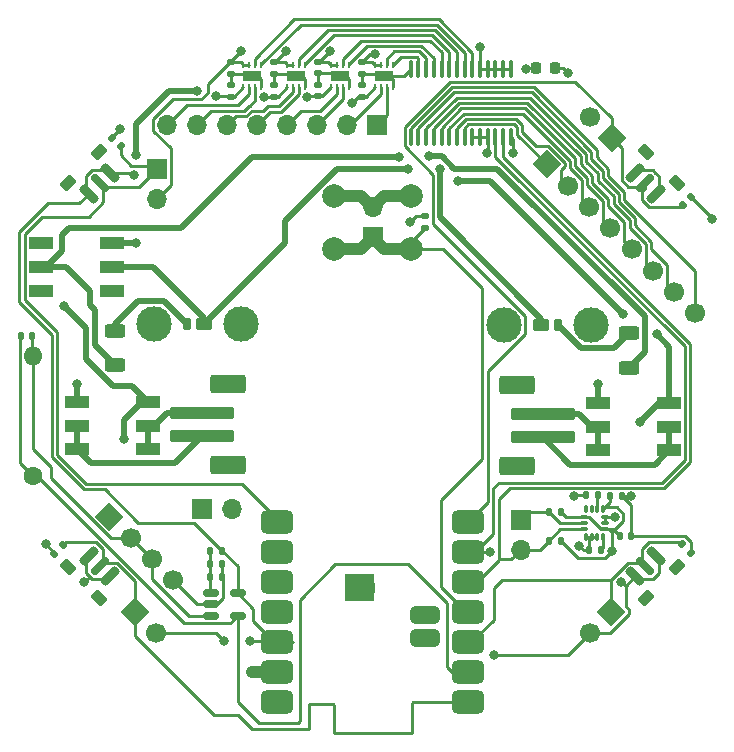
<source format=gtl>
G04 #@! TF.GenerationSoftware,KiCad,Pcbnew,7.0.10*
G04 #@! TF.CreationDate,2024-07-17T21:57:28-05:00*
G04 #@! TF.ProjectId,Swarm Robot,53776172-6d20-4526-9f62-6f742e6b6963,rev?*
G04 #@! TF.SameCoordinates,Original*
G04 #@! TF.FileFunction,Copper,L1,Top*
G04 #@! TF.FilePolarity,Positive*
%FSLAX46Y46*%
G04 Gerber Fmt 4.6, Leading zero omitted, Abs format (unit mm)*
G04 Created by KiCad (PCBNEW 7.0.10) date 2024-07-17 21:57:28*
%MOMM*%
%LPD*%
G01*
G04 APERTURE LIST*
G04 Aperture macros list*
%AMRoundRect*
0 Rectangle with rounded corners*
0 $1 Rounding radius*
0 $2 $3 $4 $5 $6 $7 $8 $9 X,Y pos of 4 corners*
0 Add a 4 corners polygon primitive as box body*
4,1,4,$2,$3,$4,$5,$6,$7,$8,$9,$2,$3,0*
0 Add four circle primitives for the rounded corners*
1,1,$1+$1,$2,$3*
1,1,$1+$1,$4,$5*
1,1,$1+$1,$6,$7*
1,1,$1+$1,$8,$9*
0 Add four rect primitives between the rounded corners*
20,1,$1+$1,$2,$3,$4,$5,0*
20,1,$1+$1,$4,$5,$6,$7,0*
20,1,$1+$1,$6,$7,$8,$9,0*
20,1,$1+$1,$8,$9,$2,$3,0*%
%AMHorizOval*
0 Thick line with rounded ends*
0 $1 width*
0 $2 $3 position (X,Y) of the first rounded end (center of the circle)*
0 $4 $5 position (X,Y) of the second rounded end (center of the circle)*
0 Add line between two ends*
20,1,$1,$2,$3,$4,$5,0*
0 Add two circle primitives to create the rounded ends*
1,1,$1,$2,$3*
1,1,$1,$4,$5*%
%AMRotRect*
0 Rectangle, with rotation*
0 The origin of the aperture is its center*
0 $1 length*
0 $2 width*
0 $3 Rotation angle, in degrees counterclockwise*
0 Add horizontal line*
21,1,$1,$2,0,0,$3*%
G04 Aperture macros list end*
G04 #@! TA.AperFunction,SMDPad,CuDef*
%ADD10RoundRect,0.150000X-0.636396X-0.424264X-0.424264X-0.636396X0.636396X0.424264X0.424264X0.636396X0*%
G04 #@! TD*
G04 #@! TA.AperFunction,SMDPad,CuDef*
%ADD11RoundRect,0.187500X-0.636396X-0.371231X-0.371231X-0.636396X0.636396X0.371231X0.371231X0.636396X0*%
G04 #@! TD*
G04 #@! TA.AperFunction,SMDPad,CuDef*
%ADD12RoundRect,0.225000X-0.459619X0.141421X0.141421X-0.459619X0.459619X-0.141421X-0.141421X0.459619X0*%
G04 #@! TD*
G04 #@! TA.AperFunction,ComponentPad*
%ADD13C,2.000000*%
G04 #@! TD*
G04 #@! TA.AperFunction,SMDPad,CuDef*
%ADD14RoundRect,0.150000X0.424264X-0.636396X0.636396X-0.424264X-0.424264X0.636396X-0.636396X0.424264X0*%
G04 #@! TD*
G04 #@! TA.AperFunction,SMDPad,CuDef*
%ADD15RoundRect,0.187500X0.371231X-0.636396X0.636396X-0.371231X-0.371231X0.636396X-0.636396X0.371231X0*%
G04 #@! TD*
G04 #@! TA.AperFunction,SMDPad,CuDef*
%ADD16RoundRect,0.225000X-0.141421X-0.459619X0.459619X0.141421X0.141421X0.459619X-0.459619X-0.141421X0*%
G04 #@! TD*
G04 #@! TA.AperFunction,SMDPad,CuDef*
%ADD17R,2.000000X1.000000*%
G04 #@! TD*
G04 #@! TA.AperFunction,SMDPad,CuDef*
%ADD18RoundRect,0.087500X0.087500X-0.225000X0.087500X0.225000X-0.087500X0.225000X-0.087500X-0.225000X0*%
G04 #@! TD*
G04 #@! TA.AperFunction,SMDPad,CuDef*
%ADD19RoundRect,0.087500X0.225000X-0.087500X0.225000X0.087500X-0.225000X0.087500X-0.225000X-0.087500X0*%
G04 #@! TD*
G04 #@! TA.AperFunction,SMDPad,CuDef*
%ADD20RoundRect,0.100000X-0.100000X0.637500X-0.100000X-0.637500X0.100000X-0.637500X0.100000X0.637500X0*%
G04 #@! TD*
G04 #@! TA.AperFunction,ComponentPad*
%ADD21RoundRect,0.375000X0.875000X0.375000X-0.875000X0.375000X-0.875000X-0.375000X0.875000X-0.375000X0*%
G04 #@! TD*
G04 #@! TA.AperFunction,SMDPad,CuDef*
%ADD22RoundRect,0.317500X-0.825500X0.317500X-0.825500X-0.317500X0.825500X-0.317500X0.825500X0.317500X0*%
G04 #@! TD*
G04 #@! TA.AperFunction,SMDPad,CuDef*
%ADD23RoundRect,0.500000X0.875000X0.500000X-0.875000X0.500000X-0.875000X-0.500000X0.875000X-0.500000X0*%
G04 #@! TD*
G04 #@! TA.AperFunction,SMDPad,CuDef*
%ADD24RoundRect,0.135000X0.135000X0.185000X-0.135000X0.185000X-0.135000X-0.185000X0.135000X-0.185000X0*%
G04 #@! TD*
G04 #@! TA.AperFunction,SMDPad,CuDef*
%ADD25RoundRect,0.135000X-0.135000X-0.185000X0.135000X-0.185000X0.135000X0.185000X-0.135000X0.185000X0*%
G04 #@! TD*
G04 #@! TA.AperFunction,SMDPad,CuDef*
%ADD26RoundRect,0.135000X0.185000X-0.135000X0.185000X0.135000X-0.185000X0.135000X-0.185000X-0.135000X0*%
G04 #@! TD*
G04 #@! TA.AperFunction,SMDPad,CuDef*
%ADD27RoundRect,0.135000X-0.226274X-0.035355X-0.035355X-0.226274X0.226274X0.035355X0.035355X0.226274X0*%
G04 #@! TD*
G04 #@! TA.AperFunction,SMDPad,CuDef*
%ADD28RoundRect,0.135000X-0.035355X0.226274X-0.226274X0.035355X0.035355X-0.226274X0.226274X-0.035355X0*%
G04 #@! TD*
G04 #@! TA.AperFunction,SMDPad,CuDef*
%ADD29RoundRect,0.135000X0.226274X0.035355X0.035355X0.226274X-0.226274X-0.035355X-0.035355X-0.226274X0*%
G04 #@! TD*
G04 #@! TA.AperFunction,SMDPad,CuDef*
%ADD30RoundRect,0.135000X0.035355X-0.226274X0.226274X-0.035355X-0.035355X0.226274X-0.226274X0.035355X0*%
G04 #@! TD*
G04 #@! TA.AperFunction,ComponentPad*
%ADD31R,1.700000X1.700000*%
G04 #@! TD*
G04 #@! TA.AperFunction,ComponentPad*
%ADD32O,1.700000X1.700000*%
G04 #@! TD*
G04 #@! TA.AperFunction,ComponentPad*
%ADD33RotRect,1.700000X1.700000X45.000000*%
G04 #@! TD*
G04 #@! TA.AperFunction,ComponentPad*
%ADD34HorizOval,1.700000X0.000000X0.000000X0.000000X0.000000X0*%
G04 #@! TD*
G04 #@! TA.AperFunction,SMDPad,CuDef*
%ADD35RoundRect,0.140000X-0.140000X-0.170000X0.140000X-0.170000X0.140000X0.170000X-0.140000X0.170000X0*%
G04 #@! TD*
G04 #@! TA.AperFunction,SMDPad,CuDef*
%ADD36RoundRect,0.225000X-0.225000X-0.250000X0.225000X-0.250000X0.225000X0.250000X-0.225000X0.250000X0*%
G04 #@! TD*
G04 #@! TA.AperFunction,SMDPad,CuDef*
%ADD37RoundRect,0.140000X-0.170000X0.140000X-0.170000X-0.140000X0.170000X-0.140000X0.170000X0.140000X0*%
G04 #@! TD*
G04 #@! TA.AperFunction,SMDPad,CuDef*
%ADD38RoundRect,0.140000X0.140000X0.170000X-0.140000X0.170000X-0.140000X-0.170000X0.140000X-0.170000X0*%
G04 #@! TD*
G04 #@! TA.AperFunction,SMDPad,CuDef*
%ADD39RoundRect,0.140000X0.170000X-0.140000X0.170000X0.140000X-0.170000X0.140000X-0.170000X-0.140000X0*%
G04 #@! TD*
G04 #@! TA.AperFunction,ComponentPad*
%ADD40RotRect,1.700000X1.700000X225.000000*%
G04 #@! TD*
G04 #@! TA.AperFunction,ComponentPad*
%ADD41HorizOval,1.700000X0.000000X0.000000X0.000000X0.000000X0*%
G04 #@! TD*
G04 #@! TA.AperFunction,SMDPad,CuDef*
%ADD42RoundRect,0.150000X0.636396X0.424264X0.424264X0.636396X-0.636396X-0.424264X-0.424264X-0.636396X0*%
G04 #@! TD*
G04 #@! TA.AperFunction,SMDPad,CuDef*
%ADD43RoundRect,0.187500X0.636396X0.371231X0.371231X0.636396X-0.636396X-0.371231X-0.371231X-0.636396X0*%
G04 #@! TD*
G04 #@! TA.AperFunction,SMDPad,CuDef*
%ADD44RoundRect,0.225000X0.459619X-0.141421X-0.141421X0.459619X-0.459619X0.141421X0.141421X-0.459619X0*%
G04 #@! TD*
G04 #@! TA.AperFunction,SMDPad,CuDef*
%ADD45RoundRect,0.160000X-0.160000X-0.360000X0.160000X-0.360000X0.160000X0.360000X-0.160000X0.360000X0*%
G04 #@! TD*
G04 #@! TA.AperFunction,SMDPad,CuDef*
%ADD46RoundRect,0.260000X-0.440000X-0.260000X0.440000X-0.260000X0.440000X0.260000X-0.440000X0.260000X0*%
G04 #@! TD*
G04 #@! TA.AperFunction,ComponentPad*
%ADD47C,3.000000*%
G04 #@! TD*
G04 #@! TA.AperFunction,SMDPad,CuDef*
%ADD48RoundRect,0.150000X-0.424264X0.636396X-0.636396X0.424264X0.424264X-0.636396X0.636396X-0.424264X0*%
G04 #@! TD*
G04 #@! TA.AperFunction,SMDPad,CuDef*
%ADD49RoundRect,0.187500X-0.371231X0.636396X-0.636396X0.371231X0.371231X-0.636396X0.636396X-0.371231X0*%
G04 #@! TD*
G04 #@! TA.AperFunction,SMDPad,CuDef*
%ADD50RoundRect,0.225000X0.141421X0.459619X-0.459619X-0.141421X-0.141421X-0.459619X0.459619X0.141421X0*%
G04 #@! TD*
G04 #@! TA.AperFunction,ComponentPad*
%ADD51RotRect,1.700000X1.700000X315.000000*%
G04 #@! TD*
G04 #@! TA.AperFunction,ComponentPad*
%ADD52HorizOval,1.700000X0.000000X0.000000X0.000000X0.000000X0*%
G04 #@! TD*
G04 #@! TA.AperFunction,ComponentPad*
%ADD53C,0.600000*%
G04 #@! TD*
G04 #@! TA.AperFunction,SMDPad,CuDef*
%ADD54R,1.600000X0.900000*%
G04 #@! TD*
G04 #@! TA.AperFunction,SMDPad,CuDef*
%ADD55R,0.250000X0.500000*%
G04 #@! TD*
G04 #@! TA.AperFunction,SMDPad,CuDef*
%ADD56RoundRect,0.250000X-0.625000X0.312500X-0.625000X-0.312500X0.625000X-0.312500X0.625000X0.312500X0*%
G04 #@! TD*
G04 #@! TA.AperFunction,SMDPad,CuDef*
%ADD57RoundRect,0.150000X-0.512500X-0.150000X0.512500X-0.150000X0.512500X0.150000X-0.512500X0.150000X0*%
G04 #@! TD*
G04 #@! TA.AperFunction,SMDPad,CuDef*
%ADD58RoundRect,0.160000X0.160000X0.360000X-0.160000X0.360000X-0.160000X-0.360000X0.160000X-0.360000X0*%
G04 #@! TD*
G04 #@! TA.AperFunction,SMDPad,CuDef*
%ADD59RoundRect,0.260000X0.440000X0.260000X-0.440000X0.260000X-0.440000X-0.260000X0.440000X-0.260000X0*%
G04 #@! TD*
G04 #@! TA.AperFunction,SMDPad,CuDef*
%ADD60RoundRect,0.250000X-2.500000X0.250000X-2.500000X-0.250000X2.500000X-0.250000X2.500000X0.250000X0*%
G04 #@! TD*
G04 #@! TA.AperFunction,SMDPad,CuDef*
%ADD61RoundRect,0.250000X-1.250000X0.550000X-1.250000X-0.550000X1.250000X-0.550000X1.250000X0.550000X0*%
G04 #@! TD*
G04 #@! TA.AperFunction,ComponentPad*
%ADD62C,1.600000*%
G04 #@! TD*
G04 #@! TA.AperFunction,ComponentPad*
%ADD63O,1.600000X1.600000*%
G04 #@! TD*
G04 #@! TA.AperFunction,SMDPad,CuDef*
%ADD64RoundRect,0.250000X2.500000X-0.250000X2.500000X0.250000X-2.500000X0.250000X-2.500000X-0.250000X0*%
G04 #@! TD*
G04 #@! TA.AperFunction,SMDPad,CuDef*
%ADD65RoundRect,0.250000X1.250000X-0.550000X1.250000X0.550000X-1.250000X0.550000X-1.250000X-0.550000X0*%
G04 #@! TD*
G04 #@! TA.AperFunction,ViaPad*
%ADD66C,0.800000*%
G04 #@! TD*
G04 #@! TA.AperFunction,Conductor*
%ADD67C,0.250000*%
G04 #@! TD*
G04 #@! TA.AperFunction,Conductor*
%ADD68C,0.500000*%
G04 #@! TD*
G04 #@! TA.AperFunction,Conductor*
%ADD69C,1.000000*%
G04 #@! TD*
G04 APERTURE END LIST*
G04 #@! TA.AperFunction,EtchedComponent*
G36*
X150166000Y-119147750D02*
G01*
X147641000Y-119147750D01*
X147641000Y-116857750D01*
X150166000Y-116857750D01*
X150166000Y-119147750D01*
G37*
G04 #@! TD.AperFunction*
D10*
X126888785Y-116203515D03*
D11*
X127754991Y-117069721D03*
X126022579Y-115337309D03*
D12*
X126818074Y-118890521D03*
X124201779Y-116274226D03*
D13*
X146750000Y-84850000D03*
X153250000Y-84850000D03*
X146750000Y-89350000D03*
X153250000Y-89350000D03*
D14*
X173111215Y-116200215D03*
D15*
X173977421Y-115334009D03*
X172245009Y-117066421D03*
D16*
X175798221Y-116270926D03*
X173181926Y-118887221D03*
D17*
X175100000Y-102400000D03*
X175100000Y-104400000D03*
X175100000Y-106400000D03*
X169100000Y-102400000D03*
X169100000Y-104400000D03*
X169100000Y-106400000D03*
D18*
X168040000Y-113720000D03*
X168540000Y-113720000D03*
X169040000Y-113720000D03*
X169540000Y-113720000D03*
D19*
X169702500Y-113057500D03*
X169702500Y-112557500D03*
X169702500Y-112057500D03*
D18*
X169540000Y-111395000D03*
X169040000Y-111395000D03*
X168540000Y-111395000D03*
X168040000Y-111395000D03*
D19*
X167877500Y-112057500D03*
X167877500Y-112557500D03*
X167877500Y-113057500D03*
D20*
X161691250Y-79848750D03*
X161041250Y-79848750D03*
X160391250Y-79848750D03*
X159741250Y-79848750D03*
X159091250Y-79848750D03*
X158441250Y-79848750D03*
X157791250Y-79848750D03*
X157141250Y-79848750D03*
X156491250Y-79848750D03*
X155841250Y-79848750D03*
X155191250Y-79848750D03*
X154541250Y-79848750D03*
X153891250Y-79848750D03*
X153241250Y-79848750D03*
X153241250Y-74123750D03*
X153891250Y-74123750D03*
X154541250Y-74123750D03*
X155191250Y-74123750D03*
X155841250Y-74123750D03*
X156491250Y-74123750D03*
X157141250Y-74123750D03*
X157791250Y-74123750D03*
X158441250Y-74123750D03*
X159091250Y-74123750D03*
X159741250Y-74123750D03*
X160391250Y-74123750D03*
X161041250Y-74123750D03*
X161691250Y-74123750D03*
D21*
X154471000Y-122282750D03*
D22*
X154471000Y-122282750D03*
D21*
X154471000Y-120377750D03*
D22*
X154471000Y-120377750D03*
D23*
X141916000Y-127702750D03*
X141916000Y-125162750D03*
X141916000Y-122622750D03*
X141916000Y-120082750D03*
X141916000Y-117542750D03*
X141916000Y-115002750D03*
X141916000Y-112462750D03*
X158081000Y-112462750D03*
X158081000Y-115002750D03*
X158081000Y-117542750D03*
X158081000Y-120082750D03*
X158081000Y-122622750D03*
X158081000Y-125162750D03*
X158081000Y-127702750D03*
D21*
X148916000Y-118032750D03*
D24*
X169090001Y-110220000D03*
X168070001Y-110220000D03*
X169350000Y-114880000D03*
X168330000Y-114880000D03*
D25*
X164920000Y-111610000D03*
X165940000Y-111610000D03*
X164900000Y-114070000D03*
X165920000Y-114070000D03*
X136259999Y-114920000D03*
X137279999Y-114920000D03*
D24*
X137230000Y-116020000D03*
X136210000Y-116020000D03*
D26*
X154480000Y-87550001D03*
X154480000Y-86530001D03*
D27*
X176210000Y-114360000D03*
X176931248Y-115081248D03*
D28*
X123791248Y-114448752D03*
X123070000Y-115170000D03*
D29*
X128690624Y-80660624D03*
X127969376Y-79939376D03*
D30*
X176249376Y-85650624D03*
X176970624Y-84929376D03*
D31*
X150400000Y-78840000D03*
D32*
X147860000Y-78840000D03*
X145320000Y-78840000D03*
X142780000Y-78840000D03*
X140240000Y-78840000D03*
X137700000Y-78840000D03*
X135160000Y-78840000D03*
X132620000Y-78840000D03*
D31*
X162530000Y-112275000D03*
D32*
X162530000Y-114815000D03*
D33*
X164747898Y-82197898D03*
D34*
X166543949Y-83993949D03*
X168340000Y-85790000D03*
X170136052Y-87586052D03*
X171932103Y-89382103D03*
X173728154Y-91178154D03*
X175524205Y-92974205D03*
X177320257Y-94770257D03*
X133101148Y-117401148D03*
X131305096Y-115605096D03*
X129509045Y-113809045D03*
D33*
X127712994Y-112012994D03*
D35*
X170940000Y-113660000D03*
X171900000Y-113660000D03*
X170140000Y-110230000D03*
X171100000Y-110230000D03*
D36*
X165410000Y-74070000D03*
X163860000Y-74070000D03*
D35*
X120220000Y-96720000D03*
X121180000Y-96720000D03*
D37*
X137981250Y-73543750D03*
X137981250Y-74503750D03*
D38*
X137220000Y-117120000D03*
X136260000Y-117120000D03*
D39*
X137981250Y-76453750D03*
X137981250Y-75493750D03*
D37*
X141691250Y-73543750D03*
X141691250Y-74503750D03*
D39*
X141691250Y-76453750D03*
X141691250Y-75493750D03*
D37*
X149100000Y-73540000D03*
X149100000Y-74500000D03*
X145390000Y-73530000D03*
X145390000Y-74490000D03*
D39*
X149100000Y-76470000D03*
X149100000Y-75510000D03*
X145390000Y-76430000D03*
X145390000Y-75470000D03*
D17*
X127930000Y-88880000D03*
X127930000Y-90880000D03*
X127930000Y-92880000D03*
X121930000Y-88880000D03*
X121930000Y-90880000D03*
X121930000Y-92880000D03*
D40*
X170246051Y-79966051D03*
D41*
X168450000Y-78170000D03*
D42*
X173103604Y-83799396D03*
D43*
X172237398Y-82933190D03*
X173969810Y-84665602D03*
D44*
X173174315Y-81112390D03*
X175790610Y-83728685D03*
D45*
X134320000Y-95700000D03*
D46*
X135700000Y-95700000D03*
D47*
X138900000Y-95700000D03*
X131500000Y-95700000D03*
D33*
X129873949Y-120073949D03*
D34*
X131670000Y-121870000D03*
D31*
X131730000Y-82600000D03*
D32*
X131730000Y-85140000D03*
D48*
X126888785Y-83799785D03*
D49*
X126022579Y-84665991D03*
X127754991Y-82933579D03*
D50*
X124201779Y-83729074D03*
X126818074Y-81112779D03*
D51*
X170210000Y-120060000D03*
D52*
X168413949Y-121856051D03*
D53*
X147741250Y-74713750D03*
D54*
X147241250Y-74713750D03*
D53*
X146741250Y-74713750D03*
D55*
X146491250Y-73763750D03*
X146991250Y-73763750D03*
X147491250Y-73763750D03*
X147991250Y-73763750D03*
X147991250Y-75663750D03*
X147491250Y-75663750D03*
X146991250Y-75663750D03*
X146491250Y-75663750D03*
D56*
X171720000Y-96485000D03*
X171720000Y-99410000D03*
D31*
X135550000Y-111350000D03*
D32*
X138090000Y-111350000D03*
D53*
X144051250Y-74713750D03*
D54*
X143551250Y-74713750D03*
D53*
X143051250Y-74713750D03*
D55*
X142801250Y-73763750D03*
X143301250Y-73763750D03*
X143801250Y-73763750D03*
X144301250Y-73763750D03*
X144301250Y-75663750D03*
X143801250Y-75663750D03*
X143301250Y-75663750D03*
X142801250Y-75663750D03*
D17*
X131000000Y-102300000D03*
X131000000Y-104300000D03*
X131000000Y-106300000D03*
X125000000Y-102300000D03*
X125000000Y-104300000D03*
X125000000Y-106300000D03*
D57*
X136312500Y-118490000D03*
X136312500Y-119440000D03*
X136312500Y-120390000D03*
X138587500Y-120390000D03*
X138587500Y-118490000D03*
D53*
X140311250Y-74713750D03*
D54*
X139811250Y-74713750D03*
D53*
X139311250Y-74713750D03*
D55*
X139061250Y-73763750D03*
X139561250Y-73763750D03*
X140061250Y-73763750D03*
X140561250Y-73763750D03*
X140561250Y-75663750D03*
X140061250Y-75663750D03*
X139561250Y-75663750D03*
X139061250Y-75663750D03*
D58*
X165680000Y-95800000D03*
D59*
X164300000Y-95800000D03*
D47*
X161100000Y-95800000D03*
X168500000Y-95800000D03*
D60*
X135550000Y-105225000D03*
X135550000Y-103225000D03*
D61*
X137800000Y-107625000D03*
X137800000Y-100825000D03*
D62*
X121270000Y-108560000D03*
D63*
X121270000Y-98400000D03*
D31*
X150000000Y-88375000D03*
D32*
X150000000Y-85835000D03*
D64*
X164450000Y-103300000D03*
X164450000Y-105300000D03*
D65*
X162200000Y-100900000D03*
X162200000Y-107700000D03*
D56*
X128200000Y-96267500D03*
X128200000Y-99192500D03*
D53*
X151461250Y-74723750D03*
D54*
X150961250Y-74723750D03*
D53*
X150461250Y-74723750D03*
D55*
X150211250Y-73773750D03*
X150711250Y-73773750D03*
X151211250Y-73773750D03*
X151711250Y-73773750D03*
X151711250Y-75673750D03*
X151211250Y-75673750D03*
X150711250Y-75673750D03*
X150211250Y-75673750D03*
D66*
X128650000Y-79220000D03*
X160300000Y-123710000D03*
X125610000Y-117570000D03*
X139780000Y-125150000D03*
X122320000Y-114370000D03*
X153150000Y-87050000D03*
X129970000Y-81430000D03*
X135160000Y-75965000D03*
X157240000Y-83600000D03*
X171170000Y-94850000D03*
X174080000Y-96590000D03*
X140799193Y-76503026D03*
X144443216Y-76525656D03*
X136780000Y-76415000D03*
X148240000Y-76970000D03*
X139600000Y-122570000D03*
X137400000Y-122560000D03*
X163010000Y-74080000D03*
X166530000Y-74450000D03*
X172680000Y-103970000D03*
X128960000Y-105470000D03*
X123890000Y-94150000D03*
X121920000Y-88820000D03*
X170280000Y-114924280D03*
X171020153Y-117575153D03*
X171900000Y-110305000D03*
X167470000Y-114460000D03*
X167080000Y-110305000D03*
X170520000Y-112060000D03*
X159955000Y-115000000D03*
X129960000Y-88840000D03*
X125000000Y-100820000D03*
X129830000Y-83100000D03*
X169110000Y-100790000D03*
X172237398Y-82933190D03*
X161900000Y-81200000D03*
X142709408Y-72579408D03*
X146424408Y-72574408D03*
X150230000Y-72886250D03*
X138850000Y-72570000D03*
X159666250Y-81212113D03*
X159080000Y-72240000D03*
X178730000Y-86810000D03*
X152250000Y-81580000D03*
X154780000Y-81510000D03*
X153010000Y-82590000D03*
X155690000Y-82560000D03*
D67*
X158441250Y-79848750D02*
X159091250Y-79848750D01*
D68*
X132807994Y-75965000D02*
X135160000Y-75965000D01*
X129970000Y-81430000D02*
X129970000Y-78802994D01*
X129970000Y-78802994D02*
X132807994Y-75965000D01*
D67*
X129580000Y-82300000D02*
X131430000Y-82300000D01*
X128690624Y-81410624D02*
X129580000Y-82300000D01*
X128690624Y-80660624D02*
X128690624Y-81410624D01*
X131430000Y-82300000D02*
X131730000Y-82600000D01*
X132905000Y-80786701D02*
X132905000Y-83965000D01*
X132905000Y-83965000D02*
X131730000Y-85140000D01*
X131445000Y-78353299D02*
X131445000Y-79326701D01*
X133108299Y-76690000D02*
X131445000Y-78353299D01*
X135490000Y-76690000D02*
X133108299Y-76690000D01*
X136055000Y-76125000D02*
X135490000Y-76690000D01*
X131445000Y-79326701D02*
X132905000Y-80786701D01*
X136055000Y-75365000D02*
X136055000Y-76125000D01*
X138850000Y-72570000D02*
X136055000Y-75365000D01*
X129873949Y-122113949D02*
X129873949Y-120073949D01*
X139810000Y-130030000D02*
X138580000Y-128800000D01*
X144590000Y-130030000D02*
X139810000Y-130030000D01*
X144590000Y-127880000D02*
X144590000Y-130030000D01*
X146648778Y-127872750D02*
X144597250Y-127872750D01*
X146722000Y-127945972D02*
X146648778Y-127872750D01*
X146722000Y-130300000D02*
X146722000Y-127945972D01*
X138580000Y-128800000D02*
X136560000Y-128800000D01*
X153330000Y-127780000D02*
X153330000Y-130300000D01*
X153407250Y-127702750D02*
X153330000Y-127780000D01*
X153330000Y-130300000D02*
X146722000Y-130300000D01*
X136560000Y-128800000D02*
X129873949Y-122113949D01*
X158081000Y-127702750D02*
X153407250Y-127702750D01*
X144597250Y-127872750D02*
X144590000Y-127880000D01*
X127969376Y-79900624D02*
X128650000Y-79220000D01*
X127969376Y-79939376D02*
X127969376Y-79900624D01*
X138950000Y-109260000D02*
X141916000Y-112226000D01*
X123320000Y-106810000D02*
X125770000Y-109260000D01*
X120560000Y-93660000D02*
X123320000Y-96420000D01*
X125770000Y-109260000D02*
X138950000Y-109260000D01*
X120560000Y-88100000D02*
X120560000Y-93660000D01*
X127175148Y-85404852D02*
X125960000Y-86620000D01*
X122040000Y-86620000D02*
X120560000Y-88100000D01*
X127175148Y-84086148D02*
X127175148Y-85404852D01*
X125960000Y-86620000D02*
X122040000Y-86620000D01*
X141916000Y-112226000D02*
X141916000Y-112462750D01*
X123320000Y-96420000D02*
X123320000Y-106810000D01*
X122523604Y-85500000D02*
X125188570Y-85500000D01*
X120110000Y-87913604D02*
X122523604Y-85500000D01*
X122870000Y-106996396D02*
X122870000Y-96606396D01*
X125188570Y-85500000D02*
X126022579Y-84665991D01*
X130185000Y-112525000D02*
X127370000Y-109710000D01*
X125583604Y-109710000D02*
X122870000Y-106996396D01*
X127370000Y-109710000D02*
X125583604Y-109710000D01*
X134884999Y-112525000D02*
X130185000Y-112525000D01*
X122870000Y-96606396D02*
X120110000Y-93846396D01*
X120110000Y-93846396D02*
X120110000Y-87913604D01*
X137279999Y-114920000D02*
X134884999Y-112525000D01*
X127847343Y-113809045D02*
X129509045Y-113809045D01*
X122810000Y-107830000D02*
X122810000Y-108771702D01*
X122810000Y-108771702D02*
X127847343Y-113809045D01*
X121270000Y-98400000D02*
X121270000Y-106290000D01*
X121270000Y-106290000D02*
X122810000Y-107830000D01*
X160300000Y-123710000D02*
X166560000Y-123710000D01*
X166560000Y-123710000D02*
X168413949Y-121856051D01*
X176422168Y-113660000D02*
X171900000Y-113660000D01*
X176931248Y-115081248D02*
X176931248Y-114169080D01*
X176931248Y-114169080D02*
X176422168Y-113660000D01*
X125610000Y-117540000D02*
X125610000Y-117570000D01*
X126051429Y-117098571D02*
X125610000Y-117540000D01*
X125774450Y-116821592D02*
X126051429Y-117098571D01*
X126051429Y-117098571D02*
X126270708Y-117317850D01*
D69*
X139792750Y-125162750D02*
X139780000Y-125150000D01*
X141916000Y-125162750D02*
X139792750Y-125162750D01*
D67*
X123070000Y-115120000D02*
X122320000Y-114370000D01*
X123070000Y-115170000D02*
X123070000Y-115120000D01*
X153669999Y-86530001D02*
X153150000Y-87050000D01*
X154480000Y-86530001D02*
X153669999Y-86530001D01*
X153250000Y-88780001D02*
X154480000Y-87550001D01*
X153250000Y-89350000D02*
X153250000Y-88780001D01*
D68*
X159920000Y-83600000D02*
X157240000Y-83600000D01*
X171170000Y-94850000D02*
X159920000Y-83600000D01*
X175100000Y-97610000D02*
X174080000Y-96590000D01*
X175100000Y-102400000D02*
X175100000Y-97610000D01*
D67*
X140848469Y-76453750D02*
X140799193Y-76503026D01*
X141691250Y-76453750D02*
X140848469Y-76453750D01*
X144538872Y-76430000D02*
X144443216Y-76525656D01*
X145390000Y-76430000D02*
X144538872Y-76430000D01*
X137942500Y-76415000D02*
X137981250Y-76453750D01*
X136780000Y-76415000D02*
X137942500Y-76415000D01*
X148740000Y-76470000D02*
X148240000Y-76970000D01*
X149100000Y-76470000D02*
X148740000Y-76470000D01*
X141863250Y-122570000D02*
X141916000Y-122622750D01*
X139600000Y-122570000D02*
X141863250Y-122570000D01*
X136710000Y-121870000D02*
X137400000Y-122560000D01*
X131670000Y-121870000D02*
X136710000Y-121870000D01*
X121180000Y-98310000D02*
X121270000Y-98400000D01*
X121180000Y-96720000D02*
X121180000Y-98310000D01*
X120145000Y-107435000D02*
X121270000Y-108560000D01*
X120220000Y-96720000D02*
X120145000Y-96795000D01*
X120145000Y-96795000D02*
X120145000Y-107435000D01*
X137962500Y-121015000D02*
X138587500Y-120390000D01*
X121614078Y-108560000D02*
X134069078Y-121015000D01*
X121270000Y-108560000D02*
X121614078Y-108560000D01*
X134069078Y-121015000D02*
X137962500Y-121015000D01*
X138587500Y-116227501D02*
X138587500Y-118490000D01*
X137279999Y-114920000D02*
X138587500Y-116227501D01*
X137300000Y-118940000D02*
X136800000Y-119440000D01*
X137300000Y-117200000D02*
X137300000Y-118940000D01*
X137220000Y-117120000D02*
X137300000Y-117200000D01*
X136800000Y-119440000D02*
X136312500Y-119440000D01*
X137230000Y-116020000D02*
X137230000Y-117110000D01*
X137230000Y-117110000D02*
X137220000Y-117120000D01*
X136260000Y-118437500D02*
X136312500Y-118490000D01*
X136260000Y-117120000D02*
X136260000Y-118437500D01*
X136210000Y-117070000D02*
X136260000Y-117120000D01*
X136210000Y-116020000D02*
X136210000Y-117070000D01*
X136259999Y-114920000D02*
X136259999Y-115970001D01*
X136259999Y-115970001D02*
X136210000Y-116020000D01*
X134428299Y-120390000D02*
X136312500Y-120390000D01*
X131305096Y-117266797D02*
X134428299Y-120390000D01*
X131305096Y-115605096D02*
X131305096Y-117266797D01*
X135140000Y-119440000D02*
X136312500Y-119440000D01*
X133101148Y-117401148D02*
X135140000Y-119440000D01*
X141652750Y-122622750D02*
X141916000Y-122622750D01*
X139910000Y-120880000D02*
X141652750Y-122622750D01*
X139910000Y-119812500D02*
X139910000Y-120880000D01*
X138587500Y-118490000D02*
X139910000Y-119812500D01*
X138587500Y-127727500D02*
X138587500Y-120390000D01*
X140350000Y-129490000D02*
X138587500Y-127727500D01*
X143680000Y-129490000D02*
X140350000Y-129490000D01*
X143820000Y-129350000D02*
X143680000Y-129490000D01*
X143820000Y-119040972D02*
X143820000Y-129350000D01*
X156310000Y-119360000D02*
X153011750Y-116061750D01*
X146799222Y-116061750D02*
X143820000Y-119040972D01*
X156310000Y-124766750D02*
X156310000Y-119360000D01*
X156706000Y-125162750D02*
X156310000Y-124766750D01*
X158081000Y-125162750D02*
X156706000Y-125162750D01*
X153011750Y-116061750D02*
X146799222Y-116061750D01*
X163020000Y-74070000D02*
X163010000Y-74080000D01*
X163860000Y-74070000D02*
X163020000Y-74070000D01*
X166150000Y-74070000D02*
X166530000Y-74450000D01*
X165410000Y-74070000D02*
X166150000Y-74070000D01*
D68*
X171720000Y-99410000D02*
X173045000Y-98085000D01*
X155842082Y-81510000D02*
X154780000Y-81510000D01*
X160576828Y-82540000D02*
X156872082Y-82540000D01*
X173045000Y-98085000D02*
X173045000Y-95008172D01*
X173045000Y-95008172D02*
X160576828Y-82540000D01*
X156872082Y-82540000D02*
X155842082Y-81510000D01*
D67*
X129509045Y-113809045D02*
X131305096Y-115605096D01*
X155930000Y-89350000D02*
X153250000Y-89350000D01*
X159260000Y-107163152D02*
X159260000Y-92680000D01*
X155810000Y-110613152D02*
X159260000Y-107163152D01*
X155810000Y-118010000D02*
X155810000Y-110613152D01*
X157882750Y-120082750D02*
X155810000Y-118010000D01*
X159260000Y-92680000D02*
X155930000Y-89350000D01*
X158081000Y-120082750D02*
X157882750Y-120082750D01*
X129873949Y-117456267D02*
X129873949Y-120073949D01*
X128334834Y-115917152D02*
X129873949Y-117456267D01*
X127175148Y-115917152D02*
X128334834Y-115917152D01*
X126888785Y-116203515D02*
X127175148Y-115917152D01*
X160250000Y-118060000D02*
X160250000Y-120730000D01*
X160250000Y-120730000D02*
X158357250Y-122622750D01*
X160940000Y-117370000D02*
X160250000Y-118060000D01*
X170210000Y-117510000D02*
X170070000Y-117370000D01*
X170210000Y-120060000D02*
X170210000Y-117510000D01*
X170070000Y-117370000D02*
X160940000Y-117370000D01*
X158357250Y-122622750D02*
X158081000Y-122622750D01*
D68*
X174250000Y-102400000D02*
X175100000Y-102400000D01*
X172680000Y-103970000D02*
X174250000Y-102400000D01*
X128960000Y-103840000D02*
X128960000Y-105470000D01*
X130500000Y-102300000D02*
X128960000Y-103840000D01*
X131000000Y-102300000D02*
X130500000Y-102300000D01*
X129660000Y-100960000D02*
X131000000Y-102300000D01*
X125780000Y-98706878D02*
X128033122Y-100960000D01*
X123890000Y-94150000D02*
X125780000Y-96040000D01*
X128033122Y-100960000D02*
X129660000Y-100960000D01*
X125780000Y-96040000D02*
X125780000Y-98706878D01*
X121930000Y-88830000D02*
X121920000Y-88820000D01*
X121930000Y-88880000D02*
X121930000Y-88830000D01*
D67*
X127175148Y-114757466D02*
X127175148Y-115917152D01*
X126602422Y-114184740D02*
X127175148Y-114757466D01*
X123791248Y-114448752D02*
X124055260Y-114184740D01*
X124055260Y-114184740D02*
X126602422Y-114184740D01*
X126270708Y-117317850D02*
X127506862Y-117317850D01*
X127506862Y-117317850D02*
X127754991Y-117069721D01*
X125774450Y-115585438D02*
X125774450Y-116821592D01*
X126022579Y-115337309D02*
X125774450Y-115585438D01*
X171103741Y-117575153D02*
X171020153Y-117575153D01*
X171420009Y-117891421D02*
X171103741Y-117575153D01*
X170210000Y-117360000D02*
X170210000Y-120060000D01*
X172824852Y-115913852D02*
X171656148Y-115913852D01*
X173111215Y-116200215D02*
X172824852Y-115913852D01*
X171656148Y-115913852D02*
X170210000Y-117360000D01*
X171737082Y-120252918D02*
X170133949Y-121856051D01*
X171737082Y-119925380D02*
X171737082Y-120252918D01*
X170133949Y-121856051D02*
X168413949Y-121856051D01*
X171420009Y-119608307D02*
X171737082Y-119925380D01*
X171420009Y-117891421D02*
X171420009Y-119608307D01*
X172245009Y-117066421D02*
X171420009Y-117891421D01*
X171900000Y-111030000D02*
X171100000Y-110230000D01*
X171900000Y-113660000D02*
X171900000Y-111030000D01*
X170337500Y-113057500D02*
X169702500Y-113057500D01*
X170940000Y-113660000D02*
X170337500Y-113057500D01*
X171825000Y-110230000D02*
X171900000Y-110305000D01*
X171100000Y-110230000D02*
X171825000Y-110230000D01*
X170140000Y-110795000D02*
X169540000Y-111395000D01*
X170140000Y-110230000D02*
X170140000Y-110795000D01*
X172245009Y-117066421D02*
X172245009Y-116889289D01*
X167890000Y-114880000D02*
X167470000Y-114460000D01*
X168330000Y-114880000D02*
X167890000Y-114880000D01*
X167165000Y-110220000D02*
X167080000Y-110305000D01*
X168070001Y-110220000D02*
X167165000Y-110220000D01*
X170014999Y-113057500D02*
X169702500Y-113057500D01*
X170280000Y-114924280D02*
X170280000Y-113322501D01*
X170280000Y-113322501D02*
X170014999Y-113057500D01*
X169679280Y-115525000D02*
X170280000Y-114924280D01*
X167375000Y-115525000D02*
X169679280Y-115525000D01*
X165920000Y-114070000D02*
X167375000Y-115525000D01*
X165912500Y-113057500D02*
X167877500Y-113057500D01*
X164900000Y-114070000D02*
X165912500Y-113057500D01*
X165867500Y-112557500D02*
X167877500Y-112557500D01*
X164920000Y-111610000D02*
X165867500Y-112557500D01*
X163195000Y-111610000D02*
X162530000Y-112275000D01*
X164920000Y-111610000D02*
X163195000Y-111610000D01*
X169040000Y-110270001D02*
X169040000Y-111395000D01*
X169090001Y-110220000D02*
X169040000Y-110270001D01*
X169540000Y-114690000D02*
X169540000Y-113720000D01*
X169350000Y-114880000D02*
X169540000Y-114690000D01*
X169714999Y-111220001D02*
X169540000Y-111395000D01*
X170705306Y-111220001D02*
X169714999Y-111220001D01*
X171245000Y-112360305D02*
X171245000Y-111759695D01*
X170547805Y-113057500D02*
X171245000Y-112360305D01*
X169702500Y-113057500D02*
X170547805Y-113057500D01*
X171245000Y-111759695D02*
X170705306Y-111220001D01*
X170517500Y-112057500D02*
X170520000Y-112060000D01*
X169702500Y-112057500D02*
X170517500Y-112057500D01*
X169702500Y-112057500D02*
X169702500Y-112557500D01*
X168330000Y-113930000D02*
X168540000Y-113720000D01*
X168330000Y-114880000D02*
X168330000Y-113930000D01*
X168040000Y-113720000D02*
X169040000Y-113720000D01*
X169304212Y-113057500D02*
X169702500Y-113057500D01*
X168304212Y-112057500D02*
X169304212Y-113057500D01*
X167877500Y-112057500D02*
X168304212Y-112057500D01*
X166387500Y-112057500D02*
X167877500Y-112057500D01*
X165940000Y-111610000D02*
X166387500Y-112057500D01*
X165920000Y-111630000D02*
X165940000Y-111610000D01*
X164155000Y-114815000D02*
X164900000Y-114070000D01*
X162530000Y-114815000D02*
X164155000Y-114815000D01*
X172493138Y-117314550D02*
X172245009Y-117066421D01*
X174225550Y-115582138D02*
X174225550Y-116818292D01*
X173977421Y-115334009D02*
X174225550Y-115582138D01*
X174225550Y-116818292D02*
X173729292Y-117314550D01*
X173729292Y-117314550D02*
X172493138Y-117314550D01*
X172824852Y-114735148D02*
X172824852Y-115913852D01*
X176019081Y-114169081D02*
X173390919Y-114169081D01*
X176210000Y-114360000D02*
X176019081Y-114169081D01*
X173390919Y-114169081D02*
X172824852Y-114735148D01*
X160680000Y-115600000D02*
X161745000Y-115600000D01*
X161745000Y-115600000D02*
X162530000Y-114815000D01*
X160680000Y-115600000D02*
X160680000Y-115700000D01*
X160680000Y-110560000D02*
X160680000Y-115600000D01*
X159952250Y-115002750D02*
X159955000Y-115000000D01*
X158081000Y-115002750D02*
X159952250Y-115002750D01*
D68*
X125000000Y-100820000D02*
X125000000Y-102300000D01*
X129920000Y-88880000D02*
X129960000Y-88840000D01*
X127930000Y-88880000D02*
X129920000Y-88880000D01*
D67*
X129663579Y-82933579D02*
X129830000Y-83100000D01*
X127754991Y-82933579D02*
X129663579Y-82933579D01*
D68*
X169100000Y-100800000D02*
X169110000Y-100790000D01*
X169100000Y-102400000D02*
X169100000Y-100800000D01*
D67*
X173938310Y-82901690D02*
X174217939Y-83181319D01*
X173721681Y-82685061D02*
X173938310Y-82901690D01*
X161900000Y-80057500D02*
X161691250Y-79848750D01*
X161900000Y-81200000D02*
X161900000Y-80057500D01*
X158410000Y-79880000D02*
X158441250Y-79848750D01*
X141691250Y-73543750D02*
X141745066Y-73543750D01*
X141745066Y-73543750D02*
X142709408Y-72579408D01*
X145468816Y-73530000D02*
X146424408Y-72574408D01*
X145390000Y-73530000D02*
X145468816Y-73530000D01*
X149753750Y-72886250D02*
X149100000Y-73540000D01*
X150230000Y-72886250D02*
X149753750Y-72886250D01*
X137981250Y-73438750D02*
X138850000Y-72570000D01*
X137981250Y-73543750D02*
X137981250Y-73438750D01*
X146491250Y-73763750D02*
X146991250Y-73763750D01*
X146257500Y-73530000D02*
X146491250Y-73763750D01*
X145390000Y-73530000D02*
X146257500Y-73530000D01*
X150211250Y-73773750D02*
X150711250Y-73773750D01*
X149100000Y-73540000D02*
X149977500Y-73540000D01*
X149977500Y-73540000D02*
X150211250Y-73773750D01*
X159741250Y-81137113D02*
X159666250Y-81212113D01*
X159741250Y-79848750D02*
X159741250Y-81137113D01*
X159091250Y-72251250D02*
X159080000Y-72240000D01*
X159091250Y-74123750D02*
X159091250Y-72251250D01*
X178730000Y-86688752D02*
X178730000Y-86810000D01*
X176970624Y-84929376D02*
X178730000Y-86688752D01*
X160391250Y-81541250D02*
X160391250Y-79848750D01*
X176425000Y-97575000D02*
X160391250Y-81541250D01*
X160720000Y-109130000D02*
X174520000Y-109130000D01*
X160230000Y-109620000D02*
X160720000Y-109130000D01*
X174520000Y-109130000D02*
X176425000Y-107225000D01*
X160230000Y-113460000D02*
X160230000Y-109620000D01*
X158081000Y-115002750D02*
X158687250Y-115002750D01*
X158687250Y-115002750D02*
X160230000Y-113460000D01*
X176425000Y-107225000D02*
X176425000Y-97575000D01*
X158837250Y-117542750D02*
X158081000Y-117542750D01*
X161660000Y-109580000D02*
X160680000Y-110560000D01*
X176875000Y-107411396D02*
X174706396Y-109580000D01*
X176875000Y-97388604D02*
X176875000Y-107411396D01*
X160680000Y-115700000D02*
X158837250Y-117542750D01*
X161041250Y-81554854D02*
X176875000Y-97388604D01*
X174706396Y-109580000D02*
X161660000Y-109580000D01*
X161041250Y-79848750D02*
X161041250Y-81554854D01*
X170246051Y-78304350D02*
X170246051Y-79966051D01*
X156529855Y-75186250D02*
X167127951Y-75186250D01*
X152716250Y-78999855D02*
X156529855Y-75186250D01*
X155125000Y-83073812D02*
X152716250Y-80665062D01*
X155125000Y-87220721D02*
X155125000Y-83073812D01*
X162925000Y-95020721D02*
X155125000Y-87220721D01*
X159780000Y-99700940D02*
X162925000Y-96555940D01*
X159780000Y-110763750D02*
X159780000Y-99700940D01*
X162925000Y-96555940D02*
X162925000Y-95020721D01*
X158081000Y-112462750D02*
X159780000Y-110763750D01*
X167127951Y-75186250D02*
X170246051Y-78304350D01*
X152716250Y-80665062D02*
X152716250Y-78999855D01*
D68*
X123710000Y-88180000D02*
X123710000Y-89500000D01*
X122330000Y-90880000D02*
X121930000Y-90880000D01*
X124330000Y-87560000D02*
X123710000Y-88180000D01*
X133780000Y-87560000D02*
X124330000Y-87560000D01*
X123710000Y-89500000D02*
X122330000Y-90880000D01*
X139760000Y-81580000D02*
X133780000Y-87560000D01*
X152250000Y-81580000D02*
X139760000Y-81580000D01*
X126480000Y-97472500D02*
X128200000Y-99192500D01*
X126480000Y-94510000D02*
X126480000Y-97472500D01*
X126080000Y-94110000D02*
X126480000Y-94510000D01*
X124023503Y-90880000D02*
X126080000Y-92936497D01*
X126080000Y-92936497D02*
X126080000Y-94110000D01*
X121930000Y-90880000D02*
X124023503Y-90880000D01*
X142560000Y-88840000D02*
X135700000Y-95700000D01*
X146959390Y-82590000D02*
X142560000Y-86989390D01*
X142560000Y-86989390D02*
X142560000Y-88840000D01*
X153010000Y-82590000D02*
X146959390Y-82590000D01*
X155700000Y-86680001D02*
X155700000Y-82570000D01*
X164300000Y-95280001D02*
X155700000Y-86680001D01*
X164300000Y-95800000D02*
X164300000Y-95280001D01*
X155700000Y-82570000D02*
X155690000Y-82560000D01*
X170455000Y-97750000D02*
X171720000Y-96485000D01*
X167630000Y-97750000D02*
X170455000Y-97750000D01*
X165680000Y-95800000D02*
X167630000Y-97750000D01*
X175100000Y-104400000D02*
X175100000Y-106400000D01*
X167500000Y-103300000D02*
X164450000Y-103300000D01*
X168600000Y-104400000D02*
X167500000Y-103300000D01*
X169100000Y-104400000D02*
X168600000Y-104400000D01*
X169100000Y-106400000D02*
X169100000Y-104400000D01*
X173900000Y-107600000D02*
X175100000Y-106400000D01*
X164450000Y-105300000D02*
X166750000Y-107600000D01*
X166750000Y-107600000D02*
X173900000Y-107600000D01*
X133275000Y-107500000D02*
X135550000Y-105225000D01*
X126200000Y-107500000D02*
X133275000Y-107500000D01*
X125000000Y-106300000D02*
X126200000Y-107500000D01*
X131500000Y-104300000D02*
X132575000Y-103225000D01*
X131000000Y-104300000D02*
X131500000Y-104300000D01*
X132575000Y-103225000D02*
X135550000Y-103225000D01*
X131000000Y-106300000D02*
X131000000Y-104300000D01*
X125000000Y-106300000D02*
X125000000Y-104300000D01*
X131399999Y-90880000D02*
X135700000Y-95180001D01*
X135700000Y-95180001D02*
X135700000Y-95700000D01*
X127930000Y-90880000D02*
X131399999Y-90880000D01*
X132370000Y-93750000D02*
X134320000Y-95700000D01*
X130155000Y-93750000D02*
X132370000Y-93750000D01*
X128200000Y-95705000D02*
X130155000Y-93750000D01*
X128200000Y-96267500D02*
X128200000Y-95705000D01*
D67*
X127175148Y-84086148D02*
X130243852Y-84086148D01*
X126888785Y-83799785D02*
X127175148Y-84086148D01*
X130243852Y-84086148D02*
X131730000Y-82600000D01*
X127506862Y-82685450D02*
X127754991Y-82933579D01*
X126270708Y-82685450D02*
X127506862Y-82685450D01*
X125774450Y-84417862D02*
X125774450Y-83181708D01*
X125774450Y-83181708D02*
X126270708Y-82685450D01*
X126022579Y-84665991D02*
X125774450Y-84417862D01*
X173389967Y-85818171D02*
X176081829Y-85818171D01*
X176081829Y-85818171D02*
X176249376Y-85650624D01*
X172817241Y-84510022D02*
X172817241Y-85245445D01*
X172817241Y-85245445D02*
X173389967Y-85818171D01*
X173103604Y-84223659D02*
X172817241Y-84510022D01*
X173103604Y-83799396D02*
X173103604Y-84223659D01*
X171657555Y-84085759D02*
X172817241Y-84085759D01*
X171084829Y-83513033D02*
X171657555Y-84085759D01*
X171084829Y-80804829D02*
X171084829Y-83513033D01*
X170246051Y-79966051D02*
X171084829Y-80804829D01*
X172817241Y-84085759D02*
X173103604Y-83799396D01*
X174217939Y-84417473D02*
X173969810Y-84665602D01*
X172485527Y-82685061D02*
X173721681Y-82685061D01*
X174217939Y-83181319D02*
X174217939Y-84417473D01*
X172237398Y-82933190D02*
X172485527Y-82685061D01*
X177320257Y-91199368D02*
X177320257Y-94770257D01*
X171315000Y-84529416D02*
X171315000Y-85194111D01*
X171315000Y-85194111D02*
X177320257Y-91199368D01*
X169968949Y-82575268D02*
X169968949Y-83183365D01*
X169968949Y-83183365D02*
X171315000Y-84529416D01*
X168974980Y-80944902D02*
X168974980Y-81581299D01*
X163666328Y-75636250D02*
X168974980Y-80944902D01*
X153241250Y-79111251D02*
X156716251Y-75636250D01*
X153241250Y-79848750D02*
X153241250Y-79111251D01*
X156716251Y-75636250D02*
X163666328Y-75636250D01*
X168974980Y-81581299D02*
X169968949Y-82575268D01*
X174910000Y-92360000D02*
X175524205Y-92974205D01*
X173570000Y-89330000D02*
X174910000Y-90670000D01*
X173570000Y-88721903D02*
X173570000Y-89330000D01*
X172211052Y-87362955D02*
X173570000Y-88721903D01*
X172211052Y-86726559D02*
X172211052Y-87362955D01*
X174910000Y-90670000D02*
X174910000Y-92360000D01*
X170865000Y-84715812D02*
X170865000Y-85380507D01*
X169518949Y-83369761D02*
X170865000Y-84715812D01*
X169518949Y-82761664D02*
X169518949Y-83369761D01*
X168524980Y-81767695D02*
X169518949Y-82761664D01*
X170865000Y-85380507D02*
X172211052Y-86726559D01*
X163479932Y-76086250D02*
X168524980Y-81131298D01*
X156916251Y-76086250D02*
X163479932Y-76086250D01*
X153891250Y-79111251D02*
X156916251Y-76086250D01*
X153891250Y-79848750D02*
X153891250Y-79111251D01*
X168524980Y-81131298D02*
X168524980Y-81767695D01*
X171761052Y-87549351D02*
X173120000Y-88908299D01*
X173120000Y-88908299D02*
X173120000Y-90570000D01*
X171761052Y-86912955D02*
X171761052Y-87549351D01*
X170415000Y-85566903D02*
X171761052Y-86912955D01*
X169068949Y-83556157D02*
X170415000Y-84902208D01*
X169068949Y-82948060D02*
X169068949Y-83556157D01*
X168074980Y-81954091D02*
X169068949Y-82948060D01*
X170415000Y-84902208D02*
X170415000Y-85566903D01*
X157116251Y-76536250D02*
X163293536Y-76536250D01*
X154541250Y-79111251D02*
X157116251Y-76536250D01*
X173120000Y-90570000D02*
X173728154Y-91178154D01*
X168074980Y-81317694D02*
X168074980Y-81954091D01*
X163293536Y-76536250D02*
X168074980Y-81317694D01*
X154541250Y-79848750D02*
X154541250Y-79111251D01*
X171310000Y-88073805D02*
X171310000Y-88760000D01*
X171310000Y-88760000D02*
X171932103Y-89382103D01*
X169965000Y-85753299D02*
X171311052Y-87099351D01*
X171311052Y-87099351D02*
X171311052Y-88072753D01*
X169965000Y-85088604D02*
X169965000Y-85753299D01*
X168618949Y-83742553D02*
X169965000Y-85088604D01*
X167624980Y-82140487D02*
X168618949Y-83134456D01*
X171311052Y-88072753D02*
X171310000Y-88073805D01*
X167624980Y-81504090D02*
X167624980Y-82140487D01*
X163107140Y-76986250D02*
X167624980Y-81504090D01*
X157316251Y-76986250D02*
X163107140Y-76986250D01*
X155191250Y-79111251D02*
X157316251Y-76986250D01*
X168618949Y-83134456D02*
X168618949Y-83742553D01*
X155191250Y-79848750D02*
X155191250Y-79111251D01*
X169515000Y-86965000D02*
X170136052Y-87586052D01*
X169515000Y-85275000D02*
X169515000Y-86965000D01*
X168168949Y-83320852D02*
X168168949Y-83928949D01*
X167174980Y-81690486D02*
X167174980Y-82326883D01*
X162920744Y-77436250D02*
X167174980Y-81690486D01*
X168168949Y-83928949D02*
X169515000Y-85275000D01*
X157516251Y-77436250D02*
X162920744Y-77436250D01*
X155841250Y-79111251D02*
X157516251Y-77436250D01*
X155841250Y-79848750D02*
X155841250Y-79111251D01*
X167174980Y-82326883D02*
X168168949Y-83320852D01*
X167718949Y-85168949D02*
X168340000Y-85790000D01*
X166724980Y-81876882D02*
X166724980Y-82513279D01*
X157729855Y-77886250D02*
X162734348Y-77886250D01*
X156491250Y-79124855D02*
X157729855Y-77886250D01*
X167718949Y-83507248D02*
X167718949Y-85168949D01*
X156491250Y-79848750D02*
X156491250Y-79124855D01*
X162734348Y-77886250D02*
X166724980Y-81876882D01*
X166724980Y-82513279D02*
X167718949Y-83507248D01*
X165920000Y-83370000D02*
X166543949Y-83993949D01*
X166274980Y-82332518D02*
X165920000Y-82687498D01*
X165920000Y-82687498D02*
X165920000Y-83370000D01*
X166274980Y-82063278D02*
X166274980Y-82332518D01*
X162666250Y-78846042D02*
X162666250Y-79479854D01*
X163857212Y-80670816D02*
X164882518Y-80670816D01*
X162666250Y-79479854D02*
X163857212Y-80670816D01*
X157141250Y-79111251D02*
X157916251Y-78336250D01*
X164882518Y-80670816D02*
X166274980Y-82063278D01*
X157141250Y-79848750D02*
X157141250Y-79111251D01*
X162156458Y-78336250D02*
X162666250Y-78846042D01*
X157916251Y-78336250D02*
X162156458Y-78336250D01*
X162216250Y-79032438D02*
X162216250Y-79666250D01*
X161970062Y-78786250D02*
X162216250Y-79032438D01*
X158116251Y-78786250D02*
X161970062Y-78786250D01*
X162216250Y-79666250D02*
X164747898Y-82197898D01*
X157791250Y-79111251D02*
X158116251Y-78786250D01*
X157791250Y-79848750D02*
X157791250Y-79111251D01*
X150237500Y-74500000D02*
X150461250Y-74723750D01*
X149100000Y-74500000D02*
X150237500Y-74500000D01*
X149100000Y-74500000D02*
X149100000Y-75510000D01*
X149100000Y-76470000D02*
X149415000Y-76470000D01*
X149415000Y-76470000D02*
X150211250Y-75673750D01*
X145725000Y-76430000D02*
X146491250Y-75663750D01*
X145390000Y-76430000D02*
X145725000Y-76430000D01*
X146517500Y-74490000D02*
X146741250Y-74713750D01*
X145390000Y-74490000D02*
X146517500Y-74490000D01*
X145390000Y-74490000D02*
X145390000Y-75470000D01*
X142011250Y-76453750D02*
X142801250Y-75663750D01*
X141691250Y-76453750D02*
X142011250Y-76453750D01*
X137981250Y-76453750D02*
X138271250Y-76453750D01*
X138271250Y-76453750D02*
X139061250Y-75663750D01*
X134320000Y-77140000D02*
X132620000Y-78840000D01*
X138610000Y-77140000D02*
X134320000Y-77140000D01*
X139561250Y-76188750D02*
X138610000Y-77140000D01*
X139561250Y-75663750D02*
X139561250Y-76188750D01*
X136335000Y-77665000D02*
X135160000Y-78840000D01*
X138238604Y-77665000D02*
X136335000Y-77665000D01*
X139131903Y-77650000D02*
X138253604Y-77650000D01*
X140061250Y-76738750D02*
X139585000Y-77215000D01*
X139566903Y-77215000D02*
X139131903Y-77650000D01*
X138253604Y-77650000D02*
X138238604Y-77665000D01*
X140061250Y-75663750D02*
X140061250Y-76738750D01*
X139585000Y-77215000D02*
X139566903Y-77215000D01*
X140726701Y-77665000D02*
X139753299Y-77665000D01*
X139318299Y-78100000D02*
X138440000Y-78100000D01*
X138440000Y-78100000D02*
X137700000Y-78840000D01*
X139753299Y-77665000D02*
X139318299Y-78100000D01*
X140752652Y-77690952D02*
X140726701Y-77665000D01*
X141173604Y-77270000D02*
X140752652Y-77690952D01*
X142083604Y-77270000D02*
X141173604Y-77270000D01*
X143301250Y-76052354D02*
X142083604Y-77270000D01*
X143301250Y-75663750D02*
X143301250Y-76052354D01*
X141360000Y-77720000D02*
X140240000Y-78840000D01*
X142270000Y-77720000D02*
X141360000Y-77720000D01*
X143801250Y-75663750D02*
X143801250Y-76188750D01*
X143801250Y-76188750D02*
X142270000Y-77720000D01*
X143955000Y-77665000D02*
X142780000Y-78840000D01*
X145515000Y-77665000D02*
X143955000Y-77665000D01*
X146991250Y-76188750D02*
X145515000Y-77665000D01*
X146991250Y-75663750D02*
X146991250Y-76188750D01*
X147491250Y-76668750D02*
X145320000Y-78840000D01*
X147491250Y-75663750D02*
X147491250Y-76668750D01*
X148070000Y-78840000D02*
X147860000Y-78840000D01*
X150711250Y-76198750D02*
X148070000Y-78840000D01*
X150711250Y-75673750D02*
X150711250Y-76198750D01*
X151211250Y-78028750D02*
X150400000Y-78840000D01*
X151211250Y-75673750D02*
X151211250Y-78028750D01*
X159091250Y-79848750D02*
X159741250Y-79848750D01*
X159091250Y-74123750D02*
X161691250Y-74123750D01*
X151461250Y-74723750D02*
X152641250Y-74723750D01*
X152641250Y-74723750D02*
X153241250Y-74123750D01*
X151711250Y-74973750D02*
X151711250Y-75673750D01*
X151461250Y-74723750D02*
X151711250Y-74973750D01*
X147991250Y-74963750D02*
X147991250Y-75663750D01*
X147741250Y-74713750D02*
X147991250Y-74963750D01*
X140561250Y-74963750D02*
X140561250Y-75663750D01*
X140311250Y-74713750D02*
X140561250Y-74963750D01*
X144051250Y-74713750D02*
X144301250Y-74963750D01*
X144301250Y-74963750D02*
X144301250Y-75663750D01*
X139101250Y-74503750D02*
X139311250Y-74713750D01*
X137981250Y-74503750D02*
X139101250Y-74503750D01*
X137981250Y-74503750D02*
X137981250Y-75493750D01*
X141691250Y-74503750D02*
X142841250Y-74503750D01*
X142841250Y-74503750D02*
X143051250Y-74713750D01*
X141691250Y-74503750D02*
X141691250Y-75493750D01*
X142801250Y-73763750D02*
X143301250Y-73763750D01*
X142581250Y-73543750D02*
X142801250Y-73763750D01*
X141691250Y-73543750D02*
X142581250Y-73543750D01*
X138841250Y-73543750D02*
X139061250Y-73763750D01*
X137981250Y-73543750D02*
X138841250Y-73543750D01*
X139061250Y-73763750D02*
X139561250Y-73763750D01*
X158441250Y-72730874D02*
X158441250Y-74123750D01*
X155621626Y-69911250D02*
X158441250Y-72730874D01*
X143388750Y-69911250D02*
X155621626Y-69911250D01*
X140061250Y-73238750D02*
X143388750Y-69911250D01*
X140061250Y-73763750D02*
X140061250Y-73238750D01*
X157791250Y-72717270D02*
X157791250Y-74123750D01*
X155435230Y-70361250D02*
X157791250Y-72717270D01*
X143902260Y-70361250D02*
X155435230Y-70361250D01*
X140561250Y-73763750D02*
X140561250Y-73702260D01*
X140561250Y-73702260D02*
X143902260Y-70361250D01*
X157141250Y-72703666D02*
X157141250Y-74123750D01*
X155248834Y-70811250D02*
X157141250Y-72703666D01*
X143801250Y-73238750D02*
X146228750Y-70811250D01*
X146228750Y-70811250D02*
X155248834Y-70811250D01*
X143801250Y-73763750D02*
X143801250Y-73238750D01*
X156491250Y-72690062D02*
X156491250Y-74123750D01*
X155062438Y-71261250D02*
X156491250Y-72690062D01*
X146712260Y-71261250D02*
X155062438Y-71261250D01*
X144301250Y-73672260D02*
X146712260Y-71261250D01*
X144301250Y-73763750D02*
X144301250Y-73672260D01*
X154862438Y-71711250D02*
X155841250Y-72690062D01*
X149018750Y-71711250D02*
X154862438Y-71711250D01*
X147491250Y-73238750D02*
X149018750Y-71711250D01*
X147491250Y-73763750D02*
X147491250Y-73238750D01*
X155841250Y-72690062D02*
X155841250Y-74123750D01*
X155191250Y-73209646D02*
X155191250Y-74123750D01*
X154142854Y-72161250D02*
X155191250Y-73209646D01*
X149552260Y-72161250D02*
X154142854Y-72161250D01*
X147991250Y-73722260D02*
X149552260Y-72161250D01*
X147991250Y-73763750D02*
X147991250Y-73722260D01*
X153956458Y-72611250D02*
X154541250Y-73196042D01*
X151848750Y-72611250D02*
X153956458Y-72611250D01*
X151211250Y-73248750D02*
X151848750Y-72611250D01*
X154541250Y-73196042D02*
X154541250Y-74123750D01*
X151211250Y-73773750D02*
X151211250Y-73248750D01*
X153770062Y-73061250D02*
X153891250Y-73182438D01*
X152423750Y-73061250D02*
X153770062Y-73061250D01*
X151711250Y-73773750D02*
X152423750Y-73061250D01*
X153891250Y-73182438D02*
X153891250Y-74123750D01*
D69*
X150985000Y-84850000D02*
X150000000Y-85835000D01*
X153250000Y-84850000D02*
X150985000Y-84850000D01*
X149015000Y-84850000D02*
X150000000Y-85835000D01*
X146750000Y-84850000D02*
X149015000Y-84850000D01*
X150975000Y-89350000D02*
X150000000Y-88375000D01*
X153250000Y-89350000D02*
X150975000Y-89350000D01*
X149025000Y-89350000D02*
X150000000Y-88375000D01*
X146750000Y-89350000D02*
X149025000Y-89350000D01*
D67*
X174400000Y-84235412D02*
X173969810Y-84665602D01*
X141050143Y-117542750D02*
X141916000Y-117542750D01*
X141916000Y-122622750D02*
X143291000Y-122622750D01*
X141916000Y-122622750D02*
X141694561Y-122844189D01*
D68*
X163857717Y-95800000D02*
X164300000Y-95800000D01*
D67*
X141441143Y-119607893D02*
X141916000Y-120082750D01*
X158081000Y-127702750D02*
X158089998Y-127702750D01*
X158081000Y-120082750D02*
X158089998Y-120082750D01*
M02*

</source>
